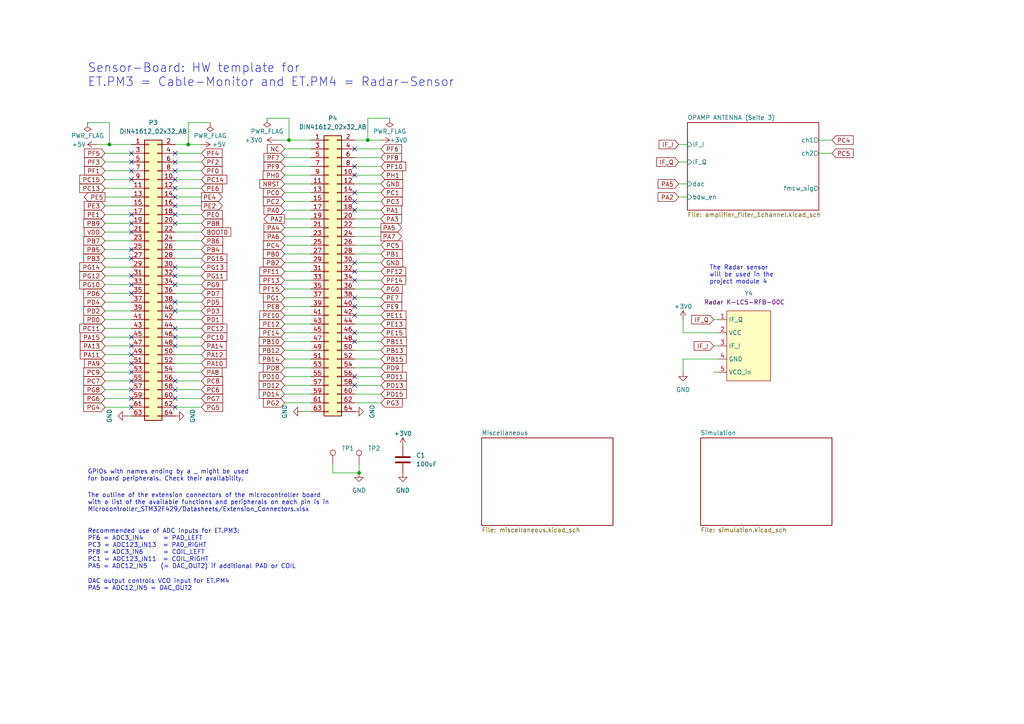
<source format=kicad_sch>
(kicad_sch (version 20250114) (generator "eeschema") (generator_version "9.0")
  (paper "A4")
  (title_block (title "Sensor-Board: HW template for ET.PM3 and ET.PM4") (date "2022-12-22") (company "hhrt@zhaw.ch"))
  (lib_symbols
    (symbol "Connector:DIN41612_02x32_AB" (pin_names (offset 1.016) (hide yes))
      (property "Reference" "P2" (at 1.27 44.45 0))
      (property "Value" "DIN41612_02x32_AB" (at 1.27 41.91 0))
      (symbol "DIN41612_02x32_AB_1_1"
        (pin passive line (at -5.08 38.1 0) (length 3.81) (name "Pin_a1") (number "1"))
        (pin passive line (at -5.08 35.56 0) (length 3.81) (name "Pin_a2") (number "3"))
        (pin passive line (at -5.08 33.02 0) (length 3.81) (name "Pin_a3") (number "5"))
        (pin passive line (at -5.08 30.48 0) (length 3.81) (name "Pin_a4") (number "7"))
        (pin passive line (at -5.08 27.94 0) (length 3.81) (name "Pin_a5") (number "9"))
        (pin passive line (at -5.08 25.4 0) (length 3.81) (name "Pin_a6") (number "11"))
        (pin passive line (at -5.08 22.86 0) (length 3.81) (name "Pin_a7") (number "13"))
        (pin passive line (at -5.08 20.32 0) (length 3.81) (name "Pin_a8") (number "15"))
        (pin passive line (at -5.08 17.78 0) (length 3.81) (name "Pin_a9") (number "17"))
        (pin passive line (at -5.08 15.24 0) (length 3.81) (name "Pin_a10") (number "19"))
        (pin passive line (at -5.08 12.7 0) (length 3.81) (name "Pin_a11") (number "21"))
        (pin passive line (at -5.08 10.16 0) (length 3.81) (name "Pin_a12") (number "23"))
        (pin passive line (at -5.08 7.62 0) (length 3.81) (name "Pin_a13") (number "25"))
        (pin passive line (at -5.08 5.08 0) (length 3.81) (name "Pin_a14") (number "27"))
        (pin passive line (at -5.08 2.54 0) (length 3.81) (name "Pin_a15") (number "29"))
        (pin passive line (at -5.08 0 0) (length 3.81) (name "Pin_a16") (number "31"))
        (pin passive line (at -5.08 -2.54 0) (length 3.81) (name "Pin_a17") (number "33"))
        (pin passive line (at -5.08 -5.08 0) (length 3.81) (name "Pin_a18") (number "35"))
        (pin passive line (at -5.08 -7.62 0) (length 3.81) (name "Pin_a19") (number "37"))
        (pin passive line (at -5.08 -10.16 0) (length 3.81) (name "Pin_a20") (number "39"))
        (pin passive line (at -5.08 -12.7 0) (length 3.81) (name "Pin_a21") (number "41"))
        (pin passive line (at -5.08 -15.24 0) (length 3.81) (name "Pin_a22") (number "43"))
        (pin passive line (at -5.08 -17.78 0) (length 3.81) (name "Pin_a23") (number "45"))
        (pin passive line (at -5.08 -20.32 0) (length 3.81) (name "Pin_a24") (number "47"))
        (pin passive line (at -5.08 -22.86 0) (length 3.81) (name "Pin_a25") (number "49"))
        (pin passive line (at -5.08 -25.4 0) (length 3.81) (name "Pin_a26") (number "51"))
        (pin passive line (at -5.08 -27.94 0) (length 3.81) (name "Pin_a27") (number "53"))
        (pin passive line (at -5.08 -30.48 0) (length 3.81) (name "Pin_a28") (number "55"))
        (pin passive line (at -5.08 -33.02 0) (length 3.81) (name "Pin_a29") (number "57"))
        (pin passive line (at -5.08 -35.56 0) (length 3.81) (name "Pin_a30") (number "59"))
        (pin passive line (at -5.08 -38.1 0) (length 3.81) (name "Pin_a31") (number "61"))
        (pin passive line (at -5.08 -40.64 0) (length 3.81) (name "Pin_a32") (number "63"))
        (pin passive line (at 7.62 38.1 180) (length 3.81) (name "Pin_b1") (number "2"))
        (pin passive line (at 7.62 35.56 180) (length 3.81) (name "Pin_b2") (number "4"))
        (pin passive line (at 7.62 33.02 180) (length 3.81) (name "Pin_b3") (number "6"))
        (pin passive line (at 7.62 30.48 180) (length 3.81) (name "Pin_b4") (number "8"))
        (pin passive line (at 7.62 27.94 180) (length 3.81) (name "Pin_b5") (number "10"))
        (pin passive line (at 7.62 25.4 180) (length 3.81) (name "Pin_b6") (number "12"))
        (pin passive line (at 7.62 22.86 180) (length 3.81) (name "Pin_b7") (number "14"))
        (pin passive line (at 7.62 20.32 180) (length 3.81) (name "Pin_b8") (number "16"))
        (pin passive line (at 7.62 17.78 180) (length 3.81) (name "Pin_b9") (number "18"))
        (pin passive line (at 7.62 15.24 180) (length 3.81) (name "Pin_b10") (number "20"))
        (pin passive line (at 7.62 12.7 180) (length 3.81) (name "Pin_b11") (number "22"))
        (pin passive line (at 7.62 10.16 180) (length 3.81) (name "Pin_b12") (number "24"))
        (pin passive line (at 7.62 7.62 180) (length 3.81) (name "Pin_b13") (number "26"))
        (pin passive line (at 7.62 5.08 180) (length 3.81) (name "Pin_b14") (number "28"))
        (pin passive line (at 7.62 2.54 180) (length 3.81) (name "Pin_b15") (number "30"))
        (pin passive line (at 7.62 0 180) (length 3.81) (name "Pin_b16") (number "32"))
        (pin passive line (at 7.62 -2.54 180) (length 3.81) (name "Pin_b17") (number "34"))
        (pin passive line (at 7.62 -5.08 180) (length 3.81) (name "Pin_b18") (number "36"))
        (pin passive line (at 7.62 -7.62 180) (length 3.81) (name "Pin_b19") (number "38"))
        (pin passive line (at 7.62 -10.16 180) (length 3.81) (name "Pin_b20") (number "40"))
        (pin passive line (at 7.62 -12.7 180) (length 3.81) (name "Pin_b21") (number "42"))
        (pin passive line (at 7.62 -15.24 180) (length 3.81) (name "Pin_b22") (number "44"))
        (pin passive line (at 7.62 -17.78 180) (length 3.81) (name "Pin_b23") (number "46"))
        (pin passive line (at 7.62 -20.32 180) (length 3.81) (name "Pin_b24") (number "48"))
        (pin passive line (at 7.62 -22.86 180) (length 3.81) (name "Pin_b25") (number "50"))
        (pin passive line (at 7.62 -25.4 180) (length 3.81) (name "Pin_b26") (number "52"))
        (pin passive line (at 7.62 -27.94 180) (length 3.81) (name "Pin_b27") (number "54"))
        (pin passive line (at 7.62 -30.48 180) (length 3.81) (name "Pin_b28") (number "56"))
        (pin passive line (at 7.62 -33.02 180) (length 3.81) (name "Pin_b29") (number "58"))
        (pin passive line (at 7.62 -35.56 180) (length 3.81) (name "Pin_b30") (number "60"))
        (pin passive line (at 7.62 -38.1 180) (length 3.81) (name "Pin_b31") (number "62"))
        (pin passive line (at 7.62 -40.64 180) (length 3.81) (name "Pin_b32") (number "64"))
      )
    )
    (symbol "Connector:TestPoint" (pin_numbers (hide yes)) (pin_names (offset 0.762) (hide yes))
      (property "Reference" "TP" (at 0 6.858 0))
      (property "Value" "TestPoint" (at 0 5.08 0))
      (symbol "TestPoint_1_1"
        (pin passive line (at 0 0 90) (length 2.54) (name "1") (number "1"))
      )
    )
    (symbol "DIN41612_02x32_AB_1" (pin_names (offset 1.016) (hide yes))
      (property "Reference" "P1" (at 1.27 44.45 0))
      (property "Value" "DIN41612_02x32_AB" (at 1.27 41.91 0))
      (symbol "DIN41612_02x32_AB_1_1_1"
        (pin passive line (at -5.08 38.1 0) (length 3.81) (name "Pin_a1") (number "1"))
        (pin passive line (at -5.08 35.56 0) (length 3.81) (name "Pin_a2") (number "3"))
        (pin passive line (at -5.08 33.02 0) (length 3.81) (name "Pin_a3") (number "5"))
        (pin passive line (at -5.08 30.48 0) (length 3.81) (name "Pin_a4") (number "7"))
        (pin passive line (at -5.08 27.94 0) (length 3.81) (name "Pin_a5") (number "9"))
        (pin passive line (at -5.08 25.4 0) (length 3.81) (name "Pin_a6") (number "11"))
        (pin passive line (at -5.08 22.86 0) (length 3.81) (name "Pin_a7") (number "13"))
        (pin passive line (at -5.08 20.32 0) (length 3.81) (name "Pin_a8") (number "15"))
        (pin passive line (at -5.08 17.78 0) (length 3.81) (name "Pin_a9") (number "17"))
        (pin passive line (at -5.08 15.24 0) (length 3.81) (name "Pin_a10") (number "19"))
        (pin passive line (at -5.08 12.7 0) (length 3.81) (name "Pin_a11") (number "21"))
        (pin passive line (at -5.08 10.16 0) (length 3.81) (name "Pin_a12") (number "23"))
        (pin passive line (at -5.08 7.62 0) (length 3.81) (name "Pin_a13") (number "25"))
        (pin passive line (at -5.08 5.08 0) (length 3.81) (name "Pin_a14") (number "27"))
        (pin passive line (at -5.08 2.54 0) (length 3.81) (name "Pin_a15") (number "29"))
        (pin passive line (at -5.08 0 0) (length 3.81) (name "Pin_a16") (number "31"))
        (pin passive line (at -5.08 -2.54 0) (length 3.81) (name "Pin_a17") (number "33"))
        (pin passive line (at -5.08 -5.08 0) (length 3.81) (name "Pin_a18") (number "35"))
        (pin passive line (at -5.08 -7.62 0) (length 3.81) (name "Pin_a19") (number "37"))
        (pin passive line (at -5.08 -10.16 0) (length 3.81) (name "Pin_a20") (number "39"))
        (pin passive line (at -5.08 -12.7 0) (length 3.81) (name "Pin_a21") (number "41"))
        (pin passive line (at -5.08 -15.24 0) (length 3.81) (name "Pin_a22") (number "43"))
        (pin passive line (at -5.08 -17.78 0) (length 3.81) (name "Pin_a23") (number "45"))
        (pin passive line (at -5.08 -20.32 0) (length 3.81) (name "Pin_a24") (number "47"))
        (pin passive line (at -5.08 -22.86 0) (length 3.81) (name "Pin_a25") (number "49"))
        (pin passive line (at -5.08 -25.4 0) (length 3.81) (name "Pin_a26") (number "51"))
        (pin passive line (at -5.08 -27.94 0) (length 3.81) (name "Pin_a27") (number "53"))
        (pin passive line (at -5.08 -30.48 0) (length 3.81) (name "Pin_a28") (number "55"))
        (pin passive line (at -5.08 -33.02 0) (length 3.81) (name "Pin_a29") (number "57"))
        (pin passive line (at -5.08 -35.56 0) (length 3.81) (name "Pin_a30") (number "59"))
        (pin passive line (at -5.08 -38.1 0) (length 3.81) (name "Pin_a31") (number "61"))
        (pin passive line (at -5.08 -40.64 0) (length 3.81) (name "Pin_a32") (number "63"))
        (pin passive line (at 7.62 38.1 180) (length 3.81) (name "Pin_b1") (number "2"))
        (pin passive line (at 7.62 35.56 180) (length 3.81) (name "Pin_b2") (number "4"))
        (pin passive line (at 7.62 33.02 180) (length 3.81) (name "Pin_b3") (number "6"))
        (pin passive line (at 7.62 30.48 180) (length 3.81) (name "Pin_b4") (number "8"))
        (pin passive line (at 7.62 27.94 180) (length 3.81) (name "Pin_b5") (number "10"))
        (pin passive line (at 7.62 25.4 180) (length 3.81) (name "Pin_b6") (number "12"))
        (pin passive line (at 7.62 22.86 180) (length 3.81) (name "Pin_b7") (number "14"))
        (pin passive line (at 7.62 20.32 180) (length 3.81) (name "Pin_b8") (number "16"))
        (pin passive line (at 7.62 17.78 180) (length 3.81) (name "Pin_b9") (number "18"))
        (pin passive line (at 7.62 15.24 180) (length 3.81) (name "Pin_b10") (number "20"))
        (pin passive line (at 7.62 12.7 180) (length 3.81) (name "Pin_b11") (number "22"))
        (pin passive line (at 7.62 10.16 180) (length 3.81) (name "Pin_b12") (number "24"))
        (pin passive line (at 7.62 7.62 180) (length 3.81) (name "Pin_b13") (number "26"))
        (pin passive line (at 7.62 5.08 180) (length 3.81) (name "Pin_b14") (number "28"))
        (pin passive line (at 7.62 2.54 180) (length 3.81) (name "Pin_b15") (number "30"))
        (pin passive line (at 7.62 0 180) (length 3.81) (name "Pin_b16") (number "32"))
        (pin passive line (at 7.62 -2.54 180) (length 3.81) (name "Pin_b17") (number "34"))
        (pin passive line (at 7.62 -5.08 180) (length 3.81) (name "Pin_b18") (number "36"))
        (pin passive line (at 7.62 -7.62 180) (length 3.81) (name "Pin_b19") (number "38"))
        (pin passive line (at 7.62 -10.16 180) (length 3.81) (name "Pin_b20") (number "40"))
        (pin passive line (at 7.62 -12.7 180) (length 3.81) (name "Pin_b21") (number "42"))
        (pin passive line (at 7.62 -15.24 180) (length 3.81) (name "Pin_b22") (number "44"))
        (pin passive line (at 7.62 -17.78 180) (length 3.81) (name "Pin_b23") (number "46"))
        (pin passive line (at 7.62 -20.32 180) (length 3.81) (name "Pin_b24") (number "48"))
        (pin passive line (at 7.62 -22.86 180) (length 3.81) (name "Pin_b25") (number "50"))
        (pin passive line (at 7.62 -25.4 180) (length 3.81) (name "Pin_b26") (number "52"))
        (pin passive line (at 7.62 -27.94 180) (length 3.81) (name "Pin_b27") (number "54"))
        (pin passive line (at 7.62 -30.48 180) (length 3.81) (name "Pin_b28") (number "56"))
        (pin passive line (at 7.62 -33.02 180) (length 3.81) (name "Pin_b29") (number "58"))
        (pin passive line (at 7.62 -35.56 180) (length 3.81) (name "Pin_b30") (number "60"))
        (pin passive line (at 7.62 -38.1 180) (length 3.81) (name "Pin_b31") (number "62"))
        (pin passive line (at 7.62 -40.64 180) (length 3.81) (name "Pin_b32") (number "64"))
      )
    )
    (symbol "Device:C" (pin_numbers (hide yes)) (pin_names (offset 0.254))
      (property "Reference" "C" (at 0.635 2.54 0))
      (property "Value" "C" (at 0.635 -2.54 0))
      (symbol "C_1_1"
        (pin passive line (at 0 3.81 270) (length 2.794) (name "~") (number "1"))
        (pin passive line (at 0 -3.81 90) (length 2.794) (name "~") (number "2"))
      )
    )
    (symbol "HW_template:Radar K-LC5-RFB-00C"
      (property "Reference" "Y" (at 0 15.24 0))
      (property "Value" "${SIM.PARAMS}" (at -1.27 12.7 0))
      (property "Sim.Params" "Radar K-LC5-RFB-00C" (at -1.27 12.7 0))
      (symbol "Radar K-LC5-RFB-00C_1_1"
        (pin output line (at -8.89 7.62 0) (length 2.54) (name "IF_Q") (number "1"))
        (pin power_in line (at -8.89 3.81 0) (length 2.54) (name "VCC") (number "2"))
        (pin output line (at -8.89 0 0) (length 2.54) (name "IF_I") (number "3"))
        (pin power_in line (at -8.89 -3.81 0) (length 2.54) (name "GND") (number "4"))
        (pin input line (at -8.89 -7.62 0) (length 2.54) (name "VCO_in") (number "5"))
      )
    )
    (symbol "power:+3V0" (power) (pin_numbers (hide yes)) (pin_names (offset 0) (hide yes))
      (property "Value" "+3V0" (at 0 3.556 0))
      (symbol "+3V0_1_1"
        (pin power_in line (at 0 0 90) (length 0) (name "~") (number "1"))
      )
    )
    (symbol "power:+5V" (power) (pin_numbers (hide yes)) (pin_names (offset 0) (hide yes))
      (property "Value" "+5V" (at 0 3.556 0))
      (symbol "+5V_1_1"
        (pin power_in line (at 0 0 90) (length 0) (name "~") (number "1"))
      )
    )
    (symbol "power:GND" (power) (pin_numbers (hide yes)) (pin_names (offset 0) (hide yes))
      (property "Value" "GND" (at 0 -3.81 0))
      (symbol "GND_1_1"
        (pin power_in line (at 0 0 270) (length 0) (name "~") (number "1"))
      )
    )
    (symbol "power:PWR_FLAG" (power) (pin_numbers (hide yes)) (pin_names (offset 0) (hide yes))
      (property "Value" "PWR_FLAG" (at 0 3.81 0))
      (symbol "PWR_FLAG_0_0"
        (pin power_out line (at 0 0 90) (length 0) (name "~") (number "1"))
      )
    )
  )
  (text "The outline of the extension connectors of the microcontroller board\nwith a list of the available functions and peripherals on each pin is in\nMicrocontroller_STM32F429/Datasheets/Extension_Connectors.xlsx" (at 25.4 148.59 0) (effects (font (size 1.27 1.27)) (justify left bottom)))
  (text "DAC output controls VCO input for ET.PM4\nPA5 = ADC12_IN5 = DAC_OUT2" (at 25.4 171.45 0) (effects (font (size 1.27 1.27)) (justify left bottom)))
  (text "The Radar sensor\nwill be used in the\nproject module 4" (at 205.74 82.55 0) (effects (font (size 1.27 1.27)) (justify left bottom)))
  (text "GPIOs with names ending by a _ might be used\nfor board peripherals. Check their availability." (at 25.4 139.7 0) (effects (font (size 1.27 1.27)) (justify left bottom)))
  (text "Recommended use of ADC inputs for ET.PM3:\nPF6 = ADC3_IN4      = PAD_LEFT\nPC3 = ADC123_IN13  = PAD_RIGHT\nPF8 = ADC3_IN6      = COIL_LEFT\nPC1 = ADC123_IN11  = COIL_RIGHT\nPA5 = ADC12_IN5    (= DAC_OUT2) if additional PAD or COIL" (at 25.4 165.1 0) (effects (font (size 1.27 1.27)) (justify left bottom)))
  (text "Sensor-Board: HW template for\nET.PM3 = Cable-Monitor and ET.PM4 = Radar-Sensor" (at 25.4 25.4 0) (effects (font (size 2.54 2.54)) (justify left bottom)))
  (junction (at 31.75 41.91))
  (junction (at 83.82 40.64))
  (junction (at 54.61 41.91))
  (junction (at 104.14 137.16))
  (junction (at 106.68 40.64))
  (no_connect (at 50.8 113.03))
  (no_connect (at 38.1 100.33))
  (no_connect (at 38.1 115.57))
  (no_connect (at 50.8 110.49))
  (no_connect (at 102.87 60.96))
  (no_connect (at 102.87 111.76))
  (no_connect (at 50.8 80.01))
  (no_connect (at 50.8 82.55))
  (no_connect (at 38.1 118.11))
  (no_connect (at 50.8 95.25))
  (no_connect (at 38.1 82.55))
  (no_connect (at 50.8 59.69))
  (no_connect (at 50.8 100.33))
  (no_connect (at 38.1 67.31))
  (no_connect (at 38.1 113.03))
  (no_connect (at 38.1 97.79))
  (no_connect (at 50.8 62.23))
  (no_connect (at 38.1 107.95))
  (no_connect (at 102.87 109.22))
  (no_connect (at 102.87 78.74))
  (no_connect (at 50.8 49.53))
  (no_connect (at 50.8 44.45))
  (no_connect (at 38.1 46.99))
  (no_connect (at 38.1 85.09))
  (no_connect (at 38.1 49.53))
  (no_connect (at 102.87 48.26))
  (no_connect (at 50.8 54.61))
  (no_connect (at 102.87 88.9))
  (no_connect (at 102.87 55.88))
  (no_connect (at 38.1 52.07))
  (no_connect (at 38.1 64.77))
  (no_connect (at 38.1 110.49))
  (no_connect (at 50.8 64.77))
  (no_connect (at 38.1 72.39))
  (no_connect (at 38.1 105.41))
  (no_connect (at 50.8 52.07))
  (no_connect (at 38.1 80.01))
  (no_connect (at 50.8 57.15))
  (no_connect (at 102.87 58.42))
  (no_connect (at 50.8 118.11))
  (no_connect (at 102.87 86.36))
  (no_connect (at 38.1 62.23))
  (no_connect (at 102.87 81.28))
  (no_connect (at 38.1 74.93))
  (no_connect (at 50.8 115.57))
  (no_connect (at 38.1 102.87))
  (no_connect (at 50.8 97.79))
  (no_connect (at 50.8 77.47))
  (no_connect (at 102.87 91.44))
  (no_connect (at 102.87 43.18))
  (no_connect (at 102.87 50.8))
  (no_connect (at 50.8 90.17))
  (no_connect (at 38.1 44.45))
  (no_connect (at 50.8 46.99))
  (no_connect (at 50.8 87.63))
  (no_connect (at 102.87 99.06))
  (no_connect (at 102.87 76.2))
  (no_connect (at 102.87 96.52))
  (wire (pts (xy 50.8 110.49) (xy 58.42 110.49)))
  (wire (pts (xy 87.63 119.38) (xy 90.17 119.38)))
  (wire (pts (xy 30.48 77.47) (xy 38.1 77.47)))
  (wire (pts (xy 102.87 96.52) (xy 110.49 96.52)))
  (wire (pts (xy 82.55 96.52) (xy 90.17 96.52)))
  (wire (pts (xy 83.82 40.64) (xy 90.17 40.64)))
  (wire (pts (xy 54.61 41.91) (xy 50.8 41.91)))
  (wire (pts (xy 38.1 74.93) (xy 30.48 74.93)))
  (wire (pts (xy 82.55 101.6) (xy 90.17 101.6)))
  (wire (pts (xy 58.42 105.41) (xy 50.8 105.41)))
  (wire (pts (xy 50.8 46.99) (xy 58.42 46.99)))
  (wire (pts (xy 30.48 69.85) (xy 38.1 69.85)))
  (wire (pts (xy 38.1 44.45) (xy 30.48 44.45)))
  (wire (pts (xy 38.1 107.95) (xy 30.48 107.95)))
  (wire (pts (xy 102.87 86.36) (xy 110.49 86.36)))
  (wire (pts (xy 82.55 50.8) (xy 90.17 50.8)))
  (wire (pts (xy 102.87 60.96) (xy 110.49 60.96)))
  (wire (pts (xy 50.8 62.23) (xy 58.42 62.23)))
  (wire (pts (xy 54.61 35.56) (xy 54.61 41.91)))
  (wire (pts (xy 110.49 71.12) (xy 102.87 71.12)))
  (wire (pts (xy 50.8 97.79) (xy 58.42 97.79)))
  (wire (pts (xy 30.48 87.63) (xy 38.1 87.63)))
  (wire (pts (xy 38.1 67.31) (xy 30.48 67.31)))
  (wire (pts (xy 237.49 44.45) (xy 241.3 44.45)))
  (wire (pts (xy 36.83 120.65) (xy 38.1 120.65)))
  (wire (pts (xy 102.87 111.76) (xy 110.49 111.76)))
  (wire (pts (xy 38.1 49.53) (xy 30.48 49.53)))
  (wire (pts (xy 60.96 35.56) (xy 54.61 35.56)))
  (wire (pts (xy 50.8 77.47) (xy 58.42 77.47)))
  (wire (pts (xy 82.55 116.84) (xy 90.17 116.84)))
  (wire (pts (xy 38.1 97.79) (xy 30.48 97.79)))
  (wire (pts (xy 82.55 45.72) (xy 90.17 45.72)))
  (wire (pts (xy 50.8 100.33) (xy 58.42 100.33)))
  (wire (pts (xy 38.1 102.87) (xy 30.48 102.87)))
  (wire (pts (xy 82.55 106.68) (xy 90.17 106.68)))
  (wire (pts (xy 102.87 93.98) (xy 110.49 93.98)))
  (wire (pts (xy 38.1 62.23) (xy 30.48 62.23)))
  (wire (pts (xy 30.48 57.15) (xy 38.1 57.15)))
  (wire (pts (xy 50.8 118.11) (xy 58.42 118.11)))
  (wire (pts (xy 82.55 48.26) (xy 90.17 48.26)))
  (wire (pts (xy 110.49 91.44) (xy 102.87 91.44)))
  (wire (pts (xy 82.55 104.14) (xy 90.17 104.14)))
  (wire (pts (xy 82.55 99.06) (xy 90.17 99.06)))
  (wire (pts (xy 50.8 80.01) (xy 58.42 80.01)))
  (wire (pts (xy 102.87 99.06) (xy 110.49 99.06)))
  (wire (pts (xy 50.8 57.15) (xy 58.42 57.15)))
  (wire (pts (xy 82.55 91.44) (xy 90.17 91.44)))
  (wire (pts (xy 82.55 68.58) (xy 90.17 68.58)))
  (wire (pts (xy 110.49 101.6) (xy 102.87 101.6)))
  (wire (pts (xy 82.55 76.2) (xy 90.17 76.2)))
  (wire (pts (xy 82.55 43.18) (xy 90.17 43.18)))
  (wire (pts (xy 82.55 63.5) (xy 90.17 63.5)))
  (wire (pts (xy 110.49 73.66) (xy 102.87 73.66)))
  (wire (pts (xy 102.87 109.22) (xy 110.49 109.22)))
  (wire (pts (xy 30.48 54.61) (xy 38.1 54.61)))
  (wire (pts (xy 58.42 72.39) (xy 50.8 72.39)))
  (wire (pts (xy 30.48 95.25) (xy 38.1 95.25)))
  (wire (pts (xy 82.55 86.36) (xy 90.17 86.36)))
  (wire (pts (xy 58.42 102.87) (xy 50.8 102.87)))
  (wire (pts (xy 83.82 34.29) (xy 83.82 40.64)))
  (wire (pts (xy 196.85 53.34) (xy 199.39 53.34)))
  (wire (pts (xy 82.55 58.42) (xy 90.17 58.42)))
  (wire (pts (xy 30.48 90.17) (xy 38.1 90.17)))
  (wire (pts (xy 102.87 76.2) (xy 110.49 76.2)))
  (wire (pts (xy 38.1 100.33) (xy 30.48 100.33)))
  (wire (pts (xy 102.87 63.5) (xy 110.49 63.5)))
  (wire (pts (xy 102.87 88.9) (xy 110.49 88.9)))
  (wire (pts (xy 50.8 82.55) (xy 58.42 82.55)))
  (wire (pts (xy 50.8 54.61) (xy 58.42 54.61)))
  (wire (pts (xy 82.55 83.82) (xy 90.17 83.82)))
  (wire (pts (xy 196.85 41.91) (xy 199.39 41.91)))
  (wire (pts (xy 82.55 114.3) (xy 90.17 114.3)))
  (wire (pts (xy 207.01 100.33) (xy 208.28 100.33)))
  (wire (pts (xy 102.87 114.3) (xy 110.49 114.3)))
  (wire (pts (xy 96.52 134.62) (xy 96.52 137.16)))
  (wire (pts (xy 58.42 67.31) (xy 50.8 67.31)))
  (wire (pts (xy 82.55 66.04) (xy 90.17 66.04)))
  (wire (pts (xy 50.8 49.53) (xy 58.42 49.53)))
  (wire (pts (xy 82.55 93.98) (xy 90.17 93.98)))
  (wire (pts (xy 50.8 115.57) (xy 58.42 115.57)))
  (wire (pts (xy 50.8 113.03) (xy 58.42 113.03)))
  (wire (pts (xy 102.87 81.28) (xy 110.49 81.28)))
  (wire (pts (xy 96.52 137.16) (xy 104.14 137.16)))
  (wire (pts (xy 102.87 50.8) (xy 110.49 50.8)))
  (wire (pts (xy 82.55 71.12) (xy 90.17 71.12)))
  (wire (pts (xy 102.87 53.34) (xy 110.49 53.34)))
  (wire (pts (xy 198.12 92.71) (xy 198.12 96.52)))
  (wire (pts (xy 25.4 35.56) (xy 31.75 35.56)))
  (wire (pts (xy 207.01 107.95) (xy 208.28 107.95)))
  (wire (pts (xy 38.1 105.41) (xy 30.48 105.41)))
  (wire (pts (xy 82.55 81.28) (xy 90.17 81.28)))
  (wire (pts (xy 110.49 104.14) (xy 102.87 104.14)))
  (wire (pts (xy 38.1 110.49) (xy 30.48 110.49)))
  (wire (pts (xy 110.49 68.58) (xy 102.87 68.58)))
  (wire (pts (xy 50.8 95.25) (xy 58.42 95.25)))
  (wire (pts (xy 196.85 57.15) (xy 199.39 57.15)))
  (wire (pts (xy 58.42 74.93) (xy 50.8 74.93)))
  (wire (pts (xy 38.1 82.55) (xy 30.48 82.55)))
  (wire (pts (xy 50.8 52.07) (xy 58.42 52.07)))
  (wire (pts (xy 106.68 40.64) (xy 110.49 40.64)))
  (wire (pts (xy 50.8 59.69) (xy 58.42 59.69)))
  (wire (pts (xy 208.28 104.14) (xy 198.12 104.14)))
  (wire (pts (xy 38.1 52.07) (xy 30.48 52.07)))
  (wire (pts (xy 82.55 55.88) (xy 90.17 55.88)))
  (wire (pts (xy 102.87 43.18) (xy 110.49 43.18)))
  (wire (pts (xy 82.55 78.74) (xy 90.17 78.74)))
  (wire (pts (xy 83.82 40.64) (xy 80.01 40.64)))
  (wire (pts (xy 31.75 41.91) (xy 27.94 41.91)))
  (wire (pts (xy 104.14 134.62) (xy 104.14 137.16)))
  (wire (pts (xy 58.42 85.09) (xy 50.8 85.09)))
  (wire (pts (xy 38.1 118.11) (xy 30.48 118.11)))
  (wire (pts (xy 106.68 40.64) (xy 102.87 40.64)))
  (wire (pts (xy 82.55 88.9) (xy 90.17 88.9)))
  (wire (pts (xy 102.87 55.88) (xy 110.49 55.88)))
  (wire (pts (xy 102.87 78.74) (xy 110.49 78.74)))
  (wire (pts (xy 38.1 113.03) (xy 30.48 113.03)))
  (wire (pts (xy 198.12 96.52) (xy 208.28 96.52)))
  (wire (pts (xy 102.87 58.42) (xy 110.49 58.42)))
  (wire (pts (xy 198.12 104.14) (xy 198.12 107.95)))
  (wire (pts (xy 38.1 80.01) (xy 30.48 80.01)))
  (wire (pts (xy 50.8 44.45) (xy 58.42 44.45)))
  (wire (pts (xy 82.55 53.34) (xy 90.17 53.34)))
  (wire (pts (xy 54.61 41.91) (xy 58.42 41.91)))
  (wire (pts (xy 82.55 109.22) (xy 90.17 109.22)))
  (wire (pts (xy 241.3 40.64) (xy 237.49 40.64)))
  (wire (pts (xy 77.47 34.29) (xy 83.82 34.29)))
  (wire (pts (xy 102.87 116.84) (xy 110.49 116.84)))
  (wire (pts (xy 38.1 64.77) (xy 30.48 64.77)))
  (wire (pts (xy 196.85 46.99) (xy 199.39 46.99)))
  (wire (pts (xy 110.49 83.82) (xy 102.87 83.82)))
  (wire (pts (xy 110.49 66.04) (xy 102.87 66.04)))
  (wire (pts (xy 82.55 60.96) (xy 90.17 60.96)))
  (wire (pts (xy 110.49 106.68) (xy 102.87 106.68)))
  (wire (pts (xy 113.03 34.29) (xy 106.68 34.29)))
  (wire (pts (xy 30.48 92.71) (xy 38.1 92.71)))
  (wire (pts (xy 58.42 92.71) (xy 50.8 92.71)))
  (wire (pts (xy 38.1 115.57) (xy 30.48 115.57)))
  (wire (pts (xy 102.87 45.72) (xy 110.49 45.72)))
  (wire (pts (xy 38.1 72.39) (xy 30.48 72.39)))
  (wire (pts (xy 106.68 34.29) (xy 106.68 40.64)))
  (wire (pts (xy 38.1 85.09) (xy 30.48 85.09)))
  (wire (pts (xy 58.42 69.85) (xy 50.8 69.85)))
  (wire (pts (xy 50.8 87.63) (xy 58.42 87.63)))
  (wire (pts (xy 82.55 111.76) (xy 90.17 111.76)))
  (wire (pts (xy 31.75 41.91) (xy 38.1 41.91)))
  (wire (pts (xy 82.55 73.66) (xy 90.17 73.66)))
  (wire (pts (xy 50.8 90.17) (xy 58.42 90.17)))
  (wire (pts (xy 30.48 59.69) (xy 38.1 59.69)))
  (wire (pts (xy 31.75 35.56) (xy 31.75 41.91)))
  (wire (pts (xy 102.87 48.26) (xy 110.49 48.26)))
  (wire (pts (xy 38.1 46.99) (xy 30.48 46.99)))
  (wire (pts (xy 207.01 92.71) (xy 208.28 92.71)))
  (wire (pts (xy 50.8 64.77) (xy 58.42 64.77)))
  (wire (pts (xy 58.42 107.95) (xy 50.8 107.95)))
  (global_label "PF12" (shape input) (at 110.49 78.74 0) (property "Intersheetrefs" "${INTERSHEET_REFS}" (effects (hide yes))))
  (global_label "PA4" (shape input) (at 82.55 66.04 180) (property "Intersheetrefs" "${INTERSHEET_REFS}" (effects (hide yes))))
  (global_label "VDD" (shape input) (at 30.48 67.31 180) (property "Intersheetrefs" "${INTERSHEET_REFS}" (effects (hide yes))))
  (global_label "PA3" (shape input) (at 110.49 63.5 0) (property "Intersheetrefs" "${INTERSHEET_REFS}" (effects (hide yes))))
  (global_label "PG15" (shape input) (at 58.42 74.93 0) (property "Intersheetrefs" "${INTERSHEET_REFS}" (effects (hide yes))))
  (global_label "PH0" (shape input) (at 82.55 50.8 180) (property "Intersheetrefs" "${INTERSHEET_REFS}" (effects (hide yes))))
  (global_label "PD6" (shape input) (at 30.48 85.09 180) (property "Intersheetrefs" "${INTERSHEET_REFS}" (effects (hide yes))))
  (global_label "PG6" (shape input) (at 30.48 115.57 180) (property "Intersheetrefs" "${INTERSHEET_REFS}" (effects (hide yes))))
  (global_label "PD15" (shape input) (at 110.49 114.3 0) (property "Intersheetrefs" "${INTERSHEET_REFS}" (effects (hide yes))))
  (global_label "PB8" (shape input) (at 58.42 64.77 0) (property "Intersheetrefs" "${INTERSHEET_REFS}" (effects (hide yes))))
  (global_label "PG10" (shape input) (at 30.48 82.55 180) (property "Intersheetrefs" "${INTERSHEET_REFS}" (effects (hide yes))))
  (global_label "PE0" (shape input) (at 58.42 62.23 0) (property "Intersheetrefs" "${INTERSHEET_REFS}" (effects (hide yes))))
  (global_label "IF_Q" (shape input) (at 207.01 92.71 180) (property "Intersheetrefs" "${INTERSHEET_REFS}" (effects (hide yes))))
  (global_label "PF11" (shape input) (at 82.55 78.74 180) (property "Intersheetrefs" "${INTERSHEET_REFS}" (effects (hide yes))))
  (global_label "PA12" (shape input) (at 58.42 102.87 0) (property "Intersheetrefs" "${INTERSHEET_REFS}" (effects (hide yes))))
  (global_label "PC9" (shape input) (at 30.48 107.95 180) (property "Intersheetrefs" "${INTERSHEET_REFS}" (effects (hide yes))))
  (global_label "PG3" (shape input) (at 110.49 116.84 0) (property "Intersheetrefs" "${INTERSHEET_REFS}" (effects (hide yes))))
  (global_label "PD8" (shape input) (at 82.55 106.68 180) (property "Intersheetrefs" "${INTERSHEET_REFS}" (effects (hide yes))))
  (global_label "PE11" (shape input) (at 110.49 91.44 0) (property "Intersheetrefs" "${INTERSHEET_REFS}" (effects (hide yes))))
  (global_label "PG14" (shape input) (at 30.48 77.47 180) (property "Intersheetrefs" "${INTERSHEET_REFS}" (effects (hide yes))))
  (global_label "PD9" (shape input) (at 110.49 106.68 0) (property "Intersheetrefs" "${INTERSHEET_REFS}" (effects (hide yes))))
  (global_label "PF5" (shape input) (at 30.48 44.45 180) (property "Intersheetrefs" "${INTERSHEET_REFS}" (effects (hide yes))))
  (global_label "PB5" (shape input) (at 30.48 72.39 180) (property "Intersheetrefs" "${INTERSHEET_REFS}" (effects (hide yes))))
  (global_label "PC5" (shape input) (at 110.49 71.12 0) (property "Intersheetrefs" "${INTERSHEET_REFS}" (effects (hide yes))))
  (global_label "IF_I" (shape input) (at 196.85 41.91 180) (property "Intersheetrefs" "${INTERSHEET_REFS}" (effects (hide yes))))
  (global_label "PD10" (shape input) (at 82.55 109.22 180) (property "Intersheetrefs" "${INTERSHEET_REFS}" (effects (hide yes))))
  (global_label "PC13" (shape input) (at 30.48 54.61 180) (property "Intersheetrefs" "${INTERSHEET_REFS}" (effects (hide yes))))
  (global_label "PA9" (shape input) (at 30.48 105.41 180) (property "Intersheetrefs" "${INTERSHEET_REFS}" (effects (hide yes))))
  (global_label "PF10" (shape input) (at 110.49 48.26 0) (property "Intersheetrefs" "${INTERSHEET_REFS}" (effects (hide yes))))
  (global_label "NRST" (shape input) (at 82.55 53.34 180) (property "Intersheetrefs" "${INTERSHEET_REFS}" (effects (hide yes))))
  (global_label "NC" (shape input) (at 82.55 43.18 180) (property "Intersheetrefs" "${INTERSHEET_REFS}" (effects (hide yes))))
  (global_label "PD3" (shape input) (at 58.42 90.17 0) (property "Intersheetrefs" "${INTERSHEET_REFS}" (effects (hide yes))))
  (global_label "PB3" (shape input) (at 30.48 74.93 180) (property "Intersheetrefs" "${INTERSHEET_REFS}" (effects (hide yes))))
  (global_label "PB9" (shape input) (at 30.48 64.77 180) (property "Intersheetrefs" "${INTERSHEET_REFS}" (effects (hide yes))))
  (global_label "PE12" (shape input) (at 82.55 93.98 180) (property "Intersheetrefs" "${INTERSHEET_REFS}" (effects (hide yes))))
  (global_label "PG1" (shape input) (at 82.55 86.36 180) (property "Intersheetrefs" "${INTERSHEET_REFS}" (effects (hide yes))))
  (global_label "PC6" (shape input) (at 58.42 113.03 0) (property "Intersheetrefs" "${INTERSHEET_REFS}" (effects (hide yes))))
  (global_label "PF3" (shape input) (at 30.48 46.99 180) (property "Intersheetrefs" "${INTERSHEET_REFS}" (effects (hide yes))))
  (global_label "PB4" (shape input) (at 58.42 72.39 0) (property "Intersheetrefs" "${INTERSHEET_REFS}" (effects (hide yes))))
  (global_label "PC2" (shape input) (at 82.55 58.42 180) (property "Intersheetrefs" "${INTERSHEET_REFS}" (effects (hide yes))))
  (global_label "GND" (shape input) (at 110.49 76.2 0) (property "Intersheetrefs" "${INTERSHEET_REFS}" (effects (hide yes))))
  (global_label "PA8" (shape input) (at 58.42 107.95 0) (property "Intersheetrefs" "${INTERSHEET_REFS}" (effects (hide yes))))
  (global_label "PD14" (shape input) (at 82.55 114.3 180) (property "Intersheetrefs" "${INTERSHEET_REFS}" (effects (hide yes))))
  (global_label "PA5" (shape output) (at 110.49 66.04 0) (property "Intersheetrefs" "${INTERSHEET_REFS}" (effects (hide yes))))
  (global_label "PC1" (shape input) (at 110.49 55.88 0) (property "Intersheetrefs" "${INTERSHEET_REFS}" (effects (hide yes))))
  (global_label "PE9" (shape input) (at 110.49 88.9 0) (property "Intersheetrefs" "${INTERSHEET_REFS}" (effects (hide yes))))
  (global_label "PE7" (shape input) (at 110.49 86.36 0) (property "Intersheetrefs" "${INTERSHEET_REFS}" (effects (hide yes))))
  (global_label "PD0" (shape input) (at 30.48 92.71 180) (property "Intersheetrefs" "${INTERSHEET_REFS}" (effects (hide yes))))
  (global_label "PG13" (shape input) (at 58.42 77.47 0) (property "Intersheetrefs" "${INTERSHEET_REFS}" (effects (hide yes))))
  (global_label "PB6" (shape input) (at 58.42 69.85 0) (property "Intersheetrefs" "${INTERSHEET_REFS}" (effects (hide yes))))
  (global_label "PE15" (shape input) (at 110.49 96.52 0) (property "Intersheetrefs" "${INTERSHEET_REFS}" (effects (hide yes))))
  (global_label "PD1" (shape input) (at 58.42 92.71 0) (property "Intersheetrefs" "${INTERSHEET_REFS}" (effects (hide yes))))
  (global_label "PD5" (shape input) (at 58.42 87.63 0) (property "Intersheetrefs" "${INTERSHEET_REFS}" (effects (hide yes))))
  (global_label "PA0" (shape input) (at 82.55 60.96 180) (property "Intersheetrefs" "${INTERSHEET_REFS}" (effects (hide yes))))
  (global_label "PF13" (shape input) (at 82.55 81.28 180) (property "Intersheetrefs" "${INTERSHEET_REFS}" (effects (hide yes))))
  (global_label "PG5" (shape input) (at 58.42 118.11 0) (property "Intersheetrefs" "${INTERSHEET_REFS}" (effects (hide yes))))
  (global_label "PE2" (shape output) (at 58.42 59.69 0) (property "Intersheetrefs" "${INTERSHEET_REFS}" (effects (hide yes))))
  (global_label "PG4" (shape input) (at 30.48 118.11 180) (property "Intersheetrefs" "${INTERSHEET_REFS}" (effects (hide yes))))
  (global_label "PD7" (shape input) (at 58.42 85.09 0) (property "Intersheetrefs" "${INTERSHEET_REFS}" (effects (hide yes))))
  (global_label "PC0" (shape input) (at 82.55 55.88 180) (property "Intersheetrefs" "${INTERSHEET_REFS}" (effects (hide yes))))
  (global_label "PD12" (shape input) (at 82.55 111.76 180) (property "Intersheetrefs" "${INTERSHEET_REFS}" (effects (hide yes))))
  (global_label "PA6" (shape input) (at 82.55 68.58 180) (property "Intersheetrefs" "${INTERSHEET_REFS}" (effects (hide yes))))
  (global_label "PD13" (shape input) (at 110.49 111.76 0) (property "Intersheetrefs" "${INTERSHEET_REFS}" (effects (hide yes))))
  (global_label "PC14" (shape input) (at 58.42 52.07 0) (property "Intersheetrefs" "${INTERSHEET_REFS}" (effects (hide yes))))
  (global_label "PB11" (shape input) (at 110.49 99.06 0) (property "Intersheetrefs" "${INTERSHEET_REFS}" (effects (hide yes))))
  (global_label "PA14" (shape input) (at 58.42 100.33 0) (property "Intersheetrefs" "${INTERSHEET_REFS}" (effects (hide yes))))
  (global_label "PC7" (shape input) (at 30.48 110.49 180) (property "Intersheetrefs" "${INTERSHEET_REFS}" (effects (hide yes))))
  (global_label "PE4" (shape output) (at 58.42 57.15 0) (property "Intersheetrefs" "${INTERSHEET_REFS}" (effects (hide yes))))
  (global_label "PF9" (shape input) (at 82.55 48.26 180) (property "Intersheetrefs" "${INTERSHEET_REFS}" (effects (hide yes))))
  (global_label "PE10" (shape input) (at 82.55 91.44 180) (property "Intersheetrefs" "${INTERSHEET_REFS}" (effects (hide yes))))
  (global_label "PF8" (shape input) (at 110.49 45.72 0) (property "Intersheetrefs" "${INTERSHEET_REFS}" (effects (hide yes))))
  (global_label "PB7" (shape input) (at 30.48 69.85 180) (property "Intersheetrefs" "${INTERSHEET_REFS}" (effects (hide yes))))
  (global_label "PE13" (shape input) (at 110.49 93.98 0) (property "Intersheetrefs" "${INTERSHEET_REFS}" (effects (hide yes))))
  (global_label "PD11" (shape input) (at 110.49 109.22 0) (property "Intersheetrefs" "${INTERSHEET_REFS}" (effects (hide yes))))
  (global_label "PG7" (shape input) (at 58.42 115.57 0) (property "Intersheetrefs" "${INTERSHEET_REFS}" (effects (hide yes))))
  (global_label "PC3" (shape input) (at 110.49 58.42 0) (property "Intersheetrefs" "${INTERSHEET_REFS}" (effects (hide yes))))
  (global_label "PE14" (shape input) (at 82.55 96.52 180) (property "Intersheetrefs" "${INTERSHEET_REFS}" (effects (hide yes))))
  (global_label "PB1" (shape input) (at 110.49 73.66 0) (property "Intersheetrefs" "${INTERSHEET_REFS}" (effects (hide yes))))
  (global_label "PH1" (shape input) (at 110.49 50.8 0) (property "Intersheetrefs" "${INTERSHEET_REFS}" (effects (hide yes))))
  (global_label "PF6" (shape input) (at 110.49 43.18 0) (property "Intersheetrefs" "${INTERSHEET_REFS}" (effects (hide yes))))
  (global_label "PG8" (shape input) (at 30.48 113.03 180) (property "Intersheetrefs" "${INTERSHEET_REFS}" (effects (hide yes))))
  (global_label "PG11" (shape input) (at 58.42 80.01 0) (property "Intersheetrefs" "${INTERSHEET_REFS}" (effects (hide yes))))
  (global_label "PA10" (shape input) (at 58.42 105.41 0) (property "Intersheetrefs" "${INTERSHEET_REFS}" (effects (hide yes))))
  (global_label "PF7" (shape input) (at 82.55 45.72 180) (property "Intersheetrefs" "${INTERSHEET_REFS}" (effects (hide yes))))
  (global_label "PF0" (shape input) (at 58.42 49.53 0) (property "Intersheetrefs" "${INTERSHEET_REFS}" (effects (hide yes))))
  (global_label "PB15" (shape input) (at 110.49 104.14 0) (property "Intersheetrefs" "${INTERSHEET_REFS}" (effects (hide yes))))
  (global_label "IF_Q" (shape input) (at 196.85 46.99 180) (property "Intersheetrefs" "${INTERSHEET_REFS}" (effects (hide yes))))
  (global_label "PB0" (shape input) (at 82.55 73.66 180) (property "Intersheetrefs" "${INTERSHEET_REFS}" (effects (hide yes))))
  (global_label "PB10" (shape input) (at 82.55 99.06 180) (property "Intersheetrefs" "${INTERSHEET_REFS}" (effects (hide yes))))
  (global_label "PD2" (shape input) (at 30.48 90.17 180) (property "Intersheetrefs" "${INTERSHEET_REFS}" (effects (hide yes))))
  (global_label "PE1" (shape input) (at 30.48 62.23 180) (property "Intersheetrefs" "${INTERSHEET_REFS}" (effects (hide yes))))
  (global_label "PE8" (shape input) (at 82.55 88.9 180) (property "Intersheetrefs" "${INTERSHEET_REFS}" (effects (hide yes))))
  (global_label "PE3" (shape input) (at 30.48 59.69 180) (property "Intersheetrefs" "${INTERSHEET_REFS}" (effects (hide yes))))
  (global_label "PC4" (shape input) (at 82.55 71.12 180) (property "Intersheetrefs" "${INTERSHEET_REFS}" (effects (hide yes))))
  (global_label "PA2" (shape output) (at 82.55 63.5 180) (property "Intersheetrefs" "${INTERSHEET_REFS}" (effects (hide yes))))
  (global_label "PA11" (shape input) (at 30.48 102.87 180) (property "Intersheetrefs" "${INTERSHEET_REFS}" (effects (hide yes))))
  (global_label "PF1" (shape input) (at 30.48 49.53 180) (property "Intersheetrefs" "${INTERSHEET_REFS}" (effects (hide yes))))
  (global_label "PE5" (shape output) (at 30.48 57.15 180) (property "Intersheetrefs" "${INTERSHEET_REFS}" (effects (hide yes))))
  (global_label "PC12" (shape input) (at 58.42 95.25 0) (property "Intersheetrefs" "${INTERSHEET_REFS}" (effects (hide yes))))
  (global_label "PA5" (shape input) (at 196.85 53.34 180) (property "Intersheetrefs" "${INTERSHEET_REFS}" (effects (hide yes))))
  (global_label "PF15" (shape input) (at 82.55 83.82 180) (property "Intersheetrefs" "${INTERSHEET_REFS}" (effects (hide yes))))
  (global_label "PA13" (shape input) (at 30.48 100.33 180) (property "Intersheetrefs" "${INTERSHEET_REFS}" (effects (hide yes))))
  (global_label "PC15" (shape input) (at 30.48 52.07 180) (property "Intersheetrefs" "${INTERSHEET_REFS}" (effects (hide yes))))
  (global_label "PG0" (shape input) (at 110.49 83.82 0) (property "Intersheetrefs" "${INTERSHEET_REFS}" (effects (hide yes))))
  (global_label "PB12" (shape input) (at 82.55 101.6 180) (property "Intersheetrefs" "${INTERSHEET_REFS}" (effects (hide yes))))
  (global_label "PG2" (shape input) (at 82.55 116.84 180) (property "Intersheetrefs" "${INTERSHEET_REFS}" (effects (hide yes))))
  (global_label "GND" (shape input) (at 110.49 53.34 0) (property "Intersheetrefs" "${INTERSHEET_REFS}" (effects (hide yes))))
  (global_label "BOOT0" (shape input) (at 58.42 67.31 0) (property "Intersheetrefs" "${INTERSHEET_REFS}" (effects (hide yes))))
  (global_label "PD4" (shape input) (at 30.48 87.63 180) (property "Intersheetrefs" "${INTERSHEET_REFS}" (effects (hide yes))))
  (global_label "PB2" (shape input) (at 82.55 76.2 180) (property "Intersheetrefs" "${INTERSHEET_REFS}" (effects (hide yes))))
  (global_label "PA1" (shape input) (at 110.49 60.96 0) (property "Intersheetrefs" "${INTERSHEET_REFS}" (effects (hide yes))))
  (global_label "PC5" (shape input) (at 241.3 44.45 0) (property "Intersheetrefs" "${INTERSHEET_REFS}" (effects (hide yes))))
  (global_label "PE6" (shape input) (at 58.42 54.61 0) (property "Intersheetrefs" "${INTERSHEET_REFS}" (effects (hide yes))))
  (global_label "PC4" (shape input) (at 241.3 40.64 0) (property "Intersheetrefs" "${INTERSHEET_REFS}" (effects (hide yes))))
  (global_label "PA7" (shape output) (at 110.49 68.58 0) (property "Intersheetrefs" "${INTERSHEET_REFS}" (effects (hide yes))))
  (global_label "IF_I" (shape input) (at 207.01 100.33 180) (property "Intersheetrefs" "${INTERSHEET_REFS}" (effects (hide yes))))
  (global_label "PF4" (shape input) (at 58.42 44.45 0) (property "Intersheetrefs" "${INTERSHEET_REFS}" (effects (hide yes))))
  (global_label "PA2" (shape input) (at 196.85 57.15 180) (property "Intersheetrefs" "${INTERSHEET_REFS}" (effects (hide yes))))
  (global_label "PF14" (shape input) (at 110.49 81.28 0) (property "Intersheetrefs" "${INTERSHEET_REFS}" (effects (hide yes))))
  (global_label "PC8" (shape input) (at 58.42 110.49 0) (property "Intersheetrefs" "${INTERSHEET_REFS}" (effects (hide yes))))
  (global_label "PA15" (shape input) (at 30.48 97.79 180) (property "Intersheetrefs" "${INTERSHEET_REFS}" (effects (hide yes))))
  (global_label "PC10" (shape input) (at 58.42 97.79 0) (property "Intersheetrefs" "${INTERSHEET_REFS}" (effects (hide yes))))
  (global_label "PF2" (shape input) (at 58.42 46.99 0) (property "Intersheetrefs" "${INTERSHEET_REFS}" (effects (hide yes))))
  (global_label "PB13" (shape input) (at 110.49 101.6 0) (property "Intersheetrefs" "${INTERSHEET_REFS}" (effects (hide yes))))
  (global_label "PB14" (shape input) (at 82.55 104.14 180) (property "Intersheetrefs" "${INTERSHEET_REFS}" (effects (hide yes))))
  (global_label "PG9" (shape input) (at 58.42 82.55 0) (property "Intersheetrefs" "${INTERSHEET_REFS}" (effects (hide yes))))
  (global_label "PC11" (shape input) (at 30.48 95.25 180) (property "Intersheetrefs" "${INTERSHEET_REFS}" (effects (hide yes))))
  (global_label "PG12" (shape input) (at 30.48 80.01 180) (property "Intersheetrefs" "${INTERSHEET_REFS}" (effects (hide yes))))
  (symbol (lib_name "DIN41612_02x32_AB_1") (lib_id "Connector:DIN41612_02x32_AB") (at 43.18 80.01 0) (unit 1) (exclude_from_sim yes)
    (property "Reference" "P3" (at 44.45 35.56 0))
    (property "Value" "DIN41612_02x32_AB" (at 44.45 38.1 0))
    (property "Footprint" "Connector_PinSocket_2.54mm:PinSocket_2x32_P2.54mm_Vertical" (effects (hide yes)))
    (property "Description" "DIN41612 connector, double row (AB), 02x32, script generated (kicad-library-utils/schlib/autogen/connector/)" (effects (hide yes)))
  )
  (symbol (lib_id "power:+3V0") (at 198.12 92.71 0) (unit 1)
    (property "Reference" "#PWR063" (effects (hide yes)))
    (property "Value" "+3V0" (at 198.12 88.9 0))
    (property "Description" "Power symbol creates a global label with name \"+3V0\"" (effects (hide yes)))
  )
  (symbol (lib_id "power:+5V") (at 110.49 40.64 270) (unit 1)
    (property "Reference" "#PWR069" (effects (hide yes)))
    (property "Value" "+3V0" (at 115.57 40.64 90))
    (property "Description" "Power symbol creates a global label with name \"+5V\"" (effects (hide yes)))
  )
  (symbol (lib_id "power:+5V") (at 80.01 40.64 90) (unit 1)
    (property "Reference" "#PWR066" (effects (hide yes)))
    (property "Value" "+3V0" (at 76.2 40.6399 90) (effects (justify left)))
    (property "Description" "Power symbol creates a global label with name \"+5V\"" (effects (hide yes)))
  )
  (symbol (lib_id "power:GND") (at 198.12 107.95 0) (unit 1)
    (property "Reference" "#PWR064" (effects (hide yes)))
    (property "Value" "GND" (at 198.12 113.03 0))
    (property "Description" "Power symbol creates a global label with name \"GND\" , ground" (effects (hide yes)))
  )
  (symbol (lib_id "power:PWR_FLAG") (at 113.03 34.29 180) (unit 1)
    (property "Reference" "#FLG07" (effects (hide yes)))
    (property "Value" "PWR_FLAG" (at 113.03 38.1 0))
    (property "Description" "Special symbol for telling ERC where power comes from" (effects (hide yes)))
  )
  (symbol (lib_id "Device:C") (at 116.84 133.35 0) (unit 1)
    (property "Reference" "C1" (at 120.65 132.0799 0) (effects (justify left)))
    (property "Value" "100uF" (at 120.65 134.6199 0) (effects (justify left)))
    (property "Footprint" "Capacitor_SMD:C_1206_3216Metric_Pad1.33x1.80mm_HandSolder" (effects (hide yes)))
  )
  (symbol (lib_id "power:GND") (at 87.63 119.38 270) (mirror x) (unit 1)
    (property "Reference" "#PWR067" (effects (hide yes)))
    (property "Value" "GND" (at 82.55 119.38 0))
    (property "Description" "Power symbol creates a global label with name \"GND\" , ground" (effects (hide yes)))
  )
  (symbol (lib_id "HW_template:Radar K-LC5-RFB-00C") (at 217.17 100.33 0) (unit 1) (exclude_from_sim yes)
    (property "Reference" "Y4" (at 217.17 85.09 0))
    (property "Value" "${SIM.PARAMS}" (at 215.9 87.63 0))
    (property "Footprint" "HW_template:Radar_K-LC5" (effects (hide yes)))
    (property "Datasheet" "https://rfbeam.ch/product/k-lc5-radar-transceiver/" (effects (hide yes)))
    (property "Sim.Device" "SPICE" (effects (hide yes)))
    (property "Sim.Params" "Radar K-LC5-RFB-00C" (at 215.9 87.63 0))
    (property "Sim.Pins" "1=1 2=2 3=3 4=4 5=5" (effects (hide yes)))
  )
  (symbol (lib_id "power:GND") (at 36.83 120.65 270) (mirror x) (unit 1)
    (property "Reference" "#PWR019" (effects (hide yes)))
    (property "Value" "GND" (at 31.75 120.65 0))
    (property "Description" "Power symbol creates a global label with name \"GND\" , ground" (effects (hide yes)))
  )
  (symbol (lib_id "power:+5V") (at 58.42 41.91 270) (unit 1)
    (property "Reference" "#PWR065" (effects (hide yes)))
    (property "Value" "+5V" (at 63.5 41.91 90))
    (property "Description" "Power symbol creates a global label with name \"+5V\"" (effects (hide yes)))
  )
  (symbol (lib_id "power:GND") (at 104.14 137.16 0) (unit 1)
    (property "Reference" "#PWR07" (effects (hide yes)))
    (property "Value" "GND" (at 104.14 142.24 0))
    (property "Description" "Power symbol creates a global label with name \"GND\" , ground" (effects (hide yes)))
  )
  (symbol (lib_id "power:PWR_FLAG") (at 25.4 35.56 180) (unit 1)
    (property "Reference" "#FLG03" (effects (hide yes)))
    (property "Value" "PWR_FLAG" (at 25.4 39.37 0))
    (property "Description" "Special symbol for telling ERC where power comes from" (effects (hide yes)))
  )
  (symbol (lib_id "power:PWR_FLAG") (at 77.47 34.29 180) (unit 1)
    (property "Reference" "#FLG06" (effects (hide yes)))
    (property "Value" "PWR_FLAG" (at 77.47 38.1 0))
    (property "Description" "Special symbol for telling ERC where power comes from" (effects (hide yes)))
  )
  (symbol (lib_id "Connector:TestPoint") (at 104.14 134.62 0) (unit 1) (exclude_from_sim yes)
    (property "Reference" "TP2" (at 106.68 130.0479 0) (effects (justify left)))
    (property "Value" "${SIM.PARAMS}" (at 106.68 132.5879 0) (effects (justify left)))
    (property "Footprint" "TestPoint:TestPoint_Loop_D2.60mm_Drill1.6mm_Beaded" (effects (hide yes)))
    (property "Sim.Pins" "1=1" (effects (hide yes)))
  )
  (symbol (lib_id "power:GND") (at 102.87 119.38 90) (mirror x) (unit 1)
    (property "Reference" "#PWR068" (effects (hide yes)))
    (property "Value" "GND" (at 107.95 119.38 0))
    (property "Description" "Power symbol creates a global label with name \"GND\" , ground" (effects (hide yes)))
  )
  (symbol (lib_id "Connector:TestPoint") (at 96.52 134.62 0) (unit 1) (exclude_from_sim yes)
    (property "Reference" "TP1" (at 99.06 130.0479 0) (effects (justify left)))
    (property "Value" "${SIM.PARAMS}" (at 99.06 132.5879 0) (effects (justify left)))
    (property "Footprint" "TestPoint:TestPoint_Loop_D2.60mm_Drill1.6mm_Beaded" (effects (hide yes)))
    (property "Sim.Pins" "1=1" (effects (hide yes)))
  )
  (symbol (lib_id "power:+3V0") (at 116.84 129.54 0) (unit 1)
    (property "Reference" "#PWR08" (effects (hide yes)))
    (property "Value" "+3V0" (at 116.84 125.73 0))
    (property "Description" "Power symbol creates a global label with name \"+3V0\"" (effects (hide yes)))
  )
  (symbol (lib_id "power:PWR_FLAG") (at 60.96 35.56 180) (unit 1)
    (property "Reference" "#FLG05" (effects (hide yes)))
    (property "Value" "PWR_FLAG" (at 60.96 39.37 0))
    (property "Description" "Special symbol for telling ERC where power comes from" (effects (hide yes)))
  )
  (symbol (lib_id "power:+5V") (at 27.94 41.91 90) (unit 1)
    (property "Reference" "#PWR010" (effects (hide yes)))
    (property "Value" "+5V" (at 22.86 41.91 90))
    (property "Description" "Power symbol creates a global label with name \"+5V\"" (effects (hide yes)))
  )
  (symbol (lib_id "power:GND") (at 116.84 137.16 0) (unit 1)
    (property "Reference" "#PWR09" (effects (hide yes)))
    (property "Value" "GND" (at 116.84 142.24 0))
    (property "Description" "Power symbol creates a global label with name \"GND\" , ground" (effects (hide yes)))
  )
  (symbol (lib_id "power:GND") (at 50.8 120.65 90) (mirror x) (unit 1)
    (property "Reference" "#PWR062" (effects (hide yes)))
    (property "Value" "GND" (at 55.88 120.65 0))
    (property "Description" "Power symbol creates a global label with name \"GND\" , ground" (effects (hide yes)))
  )
  (symbol (lib_id "Connector:DIN41612_02x32_AB") (at 95.25 78.74 0) (unit 1) (exclude_from_sim yes)
    (property "Reference" "P4" (at 96.52 34.29 0))
    (property "Value" "DIN41612_02x32_AB" (at 96.52 36.83 0))
    (property "Footprint" "Connector_PinSocket_2.54mm:PinSocket_2x32_P2.54mm_Vertical" (effects (hide yes)))
    (property "Description" "DIN41612 connector, double row (AB), 02x32, script generated (kicad-library-utils/schlib/autogen/connector/)" (effects (hide yes)))
  )
  (sheet (at 139.7 127) (size 38.1 25.4) (stroke (width 0.1524))
    (property "Sheetname" "Miscellaneous" (at 139.7 126.2884 0) (effects (justify left bottom)))
    (property "Sheetfile" "miscellaneous.kicad_sch" (at 139.7 152.9846 0) (effects (justify left top)))
  )
  (sheet (at 203.2 127) (size 38.1 25.4) (stroke (width 0.1524))
    (property "Sheetname" "Simulation" (at 203.2 126.2884 0) (effects (justify left bottom)))
    (property "Sheetfile" "simulation.kicad_sch" (at 203.2 152.9846 0) (effects (justify left top)))
  )
  (sheet (at 199.39 35.56) (size 38.1 25.4) (stroke (width 0.1524))
    (property "Sheetname" "OPAMP ANTENNA (Seite 3)" (at 199.39 34.8484 0) (effects (justify left bottom)))
    (property "Sheetfile" "amplifier_filter_1channel.kicad_sch" (at 199.39 61.5446 0) (effects (justify left top)))
    (pin "IF_I" input (at 199.39 41.91 180))
    (pin "bdw_en" input (at 199.39 57.15 180))
    (pin "ch2" output (at 237.49 44.45 0))
    (pin "IF_Q" input (at 199.39 46.99 180))
    (pin "fmcw_sig" output (at 237.49 54.61 0))
    (pin "dac" input (at 199.39 53.34 180))
    (pin "ch1" output (at 237.49 40.64 0))
  )
)
</source>
